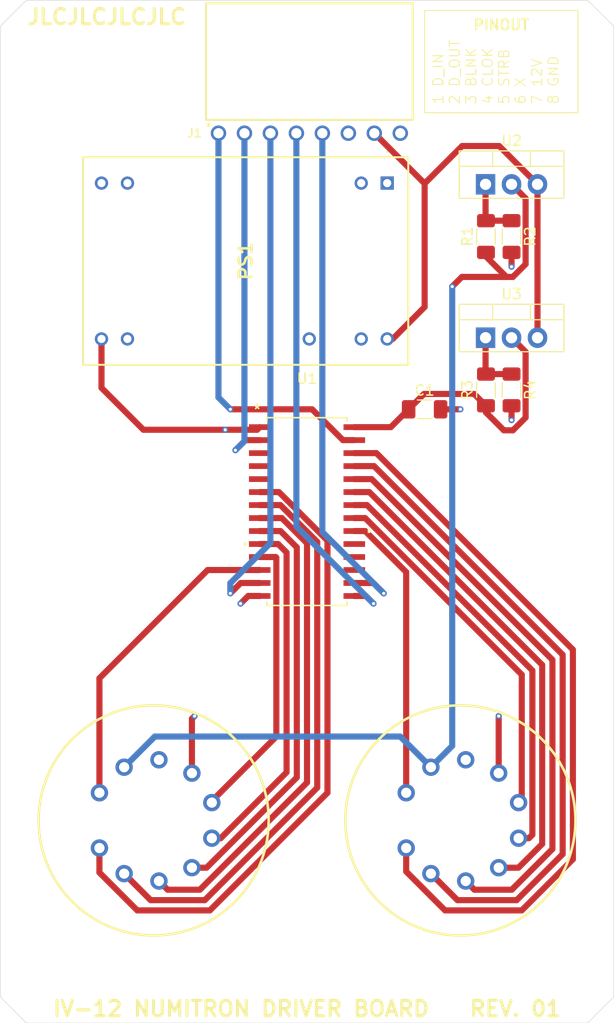
<source format=kicad_pcb>
(kicad_pcb (version 20240108) (generator "pcbnew") (generator_version "8.0")
  (layers (0 "F.Cu" signal) (1 "In1.Cu" signal) (2 "In2.Cu" signal) (31 "B.Cu" signal) (34 "B.Paste" user) (35 "F.Paste" user) (36 "B.SilkS" user "B.Silkscreen") (37 "F.SilkS" user "F.Silkscreen") (38 "B.Mask" user) (39 "F.Mask" user) (44 "Edge.Cuts" user))
  (net 0 "")
  (net 1 "+30V")
  (net 2 "STROBE")
  (net 3 "BLANKING")
  (net 4 "D_IN")
  (net 6 "D_OUT")
  (net 7 "CLOCK")
  (net 8 "+1V5")
  (net 9 "Net-(U2-ADJ)")
  (net 10 "+12V")
  (net 11 "Net-(U3-ADJ)")
  (net 12 "Net-(U1-HVOUT2)")
  (net 17 "Net-(U1-HVOUT6)")
  (net 18 "Net-(U1-HVOUT1)")
  (net 19 "Net-(U1-HVOUT17)")
  (net 20 "Net-(U1-HVOUT11)")
  (net 22 "Net-(U1-HVOUT5)")
  (net 23 "Net-(U1-HVOUT3)")
  (net 24 "Net-(U1-HVOUT16)")
  (net 25 "Net-(U1-HVOUT7)")
  (net 27 "Net-(U1-HVOUT13)")
  (net 28 "Net-(U1-HVOUT14)")
  (net 29 "Net-(U1-HVOUT12)")
  (net 30 "+5V")
  (net 31 "GND")
  (net 32 "Net-(U1-HVOUT4)")
  (net 33 "Net-(U1-HVOUT15)")
  (footprint "NewFootprints:iv-12" (layer "F.Cu") (at 135 130.201)
    (property "Reference" "U5" (hide yes))
    (property "Value" "IV-12" (hide yes))
    (fp_circle (center 0 0) (end 11.2499 0) (stroke (width 0.254)) (fill none) (layer "F.SilkS"))
    (pad "1" thru_hole oval (at -5.301 -2.701) (size 1.7 1.7) (drill 1) (layers "*.Cu" "*.Mask") (net 20 "Net-(U1-HVOUT11)"))
    (pad "2" thru_hole oval (at -2.8849 -5.204) (size 1.7 1.7) (drill 1) (layers "*.Cu" "*.Mask") (net 8 "+1V5"))
    (pad "3" thru_hole oval (at 0.5189 -5.9271) (size 1.7 1.7) (drill 1) (layers "*.Cu" "*.Mask") (net 31 "GND"))
    (pad "4" thru_hole oval (at 3.744 -4.6241) (size 1.7 1.7) (drill 1) (layers "*.Cu" "*.Mask") (net 1 "+30V"))
    (pad "5" thru_hole oval (at 5.6901 -1.7399) (size 1.7 1.7) (drill 1) (layers "*.Cu" "*.Mask") (net 29 "Net-(U1-HVOUT12)"))
    (pad "6" thru_hole oval (at 5.6901 1.7399) (size 1.7 1.7) (drill 1) (layers "*.Cu" "*.Mask") (net 27 "Net-(U1-HVOUT13)"))
    (pad "7" thru_hole oval (at 3.744 4.6241) (size 1.7 1.7) (drill 1) (layers "*.Cu" "*.Mask") (net 28 "Net-(U1-HVOUT14)"))
    (pad "8" thru_hole oval (at 0.5189 5.9271) (size 1.7 1.7) (drill 1) (layers "*.Cu" "*.Mask") (net 33 "Net-(U1-HVOUT15)"))
    (pad "9" thru_hole oval (at -2.8849 5.204) (size 1.7 1.7) (drill 1) (layers "*.Cu" "*.Mask") (net 24 "Net-(U1-HVOUT16)"))
    (pad "10" thru_hole oval (at -5.301 2.701) (size 1.7 1.7) (drill 1) (layers "*.Cu" "*.Mask") (net 19 "Net-(U1-HVOUT17)"))
  )
  (footprint "Capacitor_SMD:C_1206_3216Metric_Pad1.33x1.80mm_HandSolder" (layer "F.Cu") (at 161.5 90)
    (property "Reference" "C1" (at 0 -1.85 0) (layer "F.SilkS"))
    (property "Value" "0.1μF 50V")
    (fp_line (start -0.711252 -0.91) (end 0.711252 -0.91) (stroke (width 0.12)) (layer "F.SilkS"))
    (fp_line (start -0.711252 0.91) (end 0.711252 0.91) (stroke (width 0.12)) (layer "F.SilkS"))
    (pad "1" smd roundrect (at -1.5625 0) (size 1.325 1.8) (layers "F.Cu" "F.Paste" "F.Mask") (roundrect_rratio 0.188679) (net 30 "+5V"))
    (pad "2" smd roundrect (at 1.5625 0) (size 1.325 1.8) (layers "F.Cu" "F.Paste" "F.Mask") (roundrect_rratio 0.188679) (net 31 "GND"))
  )
  (footprint "NewFootprints:SOW28_17P90X7P50_MCH" (layer "F.Cu") (at 150 100)
    (property "Reference" "U1" (at 0 -13 0) (layer "F.SilkS"))
    (property "Value" "HV5812WG-G")
    (fp_line (start -3.9243 -9.1821) (end -3.9243 -8.86714) (stroke (width 0.1524)) (layer "F.SilkS"))
    (fp_line (start -3.9243 8.86714) (end -3.9243 9.1821) (stroke (width 0.1524)) (layer "F.SilkS"))
    (fp_line (start -3.9243 9.1821) (end 3.9243 9.1821) (stroke (width 0.1524)) (layer "F.SilkS"))
    (fp_line (start 3.9243 -9.1821) (end -3.9243 -9.1821) (stroke (width 0.1524)) (layer "F.SilkS"))
    (fp_line (start 3.9243 -8.86714) (end 3.9243 -9.1821) (stroke (width 0.1524)) (layer "F.SilkS"))
    (fp_line (start 3.9243 9.1821) (end 3.9243 8.86714) (stroke (width 0.1524)) (layer "F.SilkS"))
    (fp_poly (pts (xy -6.1849 2.9845) (xy -6.1849 3.3655) (xy -5.9309 3.3655) (xy -5.9309 2.9845)) (fill solid) (layer "F.SilkS"))
    (fp_poly (pts (xy 6.1849 1.7145) (xy 6.1849 2.0955) (xy 5.9309 2.0955) (xy 5.9309 1.7145)) (fill solid) (layer "F.SilkS"))
    (fp_text user "*" (at -4.8768 -9.9568 0) (layer "F.SilkS"))
    (fp_text user "*" (at -4.8768 -9.9568 0) (layer "F.SilkS"))
    (pad "1" smd rect (at -4.6228 -8.255) (size 2.1082 0.5588) (layers "F.Cu" "F.Paste" "F.Mask") (net 1 "+30V"))
    (pad "2" smd rect (at -4.6228 -6.985) (size 2.1082 0.5588) (layers "F.Cu" "F.Paste" "F.Mask") (net 6 "D_OUT"))
    (pad "3" smd rect (at -4.6228 -5.715) (size 2.1082 0.5588) (layers "F.Cu" "F.Paste" "F.Mask"))
    (pad "4" smd rect (at -4.6228 -4.445) (size 2.1082 0.5588) (layers "F.Cu" "F.Paste" "F.Mask"))
    (pad "5" smd rect (at -4.6228 -3.175) (size 2.1082 0.5588) (layers "F.Cu" "F.Paste" "F.Mask"))
    (pad "6" smd rect (at -4.6228 -1.905) (size 2.1082 0.5588) (layers "F.Cu" "F.Paste" "F.Mask") (net 19 "Net-(U1-HVOUT17)"))
    (pad "7" smd rect (at -4.6228 -0.635) (size 2.1082 0.5588) (layers "F.Cu" "F.Paste" "F.Mask") (net 24 "Net-(U1-HVOUT16)"))
    (pad "8" smd rect (at -4.6228 0.635) (size 2.1082 0.5588) (layers "F.Cu" "F.Paste" "F.Mask") (net 33 "Net-(U1-HVOUT15)"))
    (pad "9" smd rect (at -4.6228 1.905) (size 2.1082 0.5588) (layers "F.Cu" "F.Paste" "F.Mask") (net 28 "Net-(U1-HVOUT14)"))
    (pad "10" smd rect (at -4.6228 3.175) (size 2.1082 0.5588) (layers "F.Cu" "F.Paste" "F.Mask") (net 27 "Net-(U1-HVOUT13)"))
    (pad "11" smd rect (at -4.6228 4.445) (size 2.1082 0.5588) (layers "F.Cu" "F.Paste" "F.Mask") (net 29 "Net-(U1-HVOUT12)"))
    (pad "12" smd rect (at -4.6228 5.715) (size 2.1082 0.5588) (layers "F.Cu" "F.Paste" "F.Mask") (net 20 "Net-(U1-HVOUT11)"))
    (pad "13" smd rect (at -4.6228 6.985) (size 2.1082 0.5588) (layers "F.Cu" "F.Paste" "F.Mask") (net 3 "BLANKING"))
    (pad "14" smd rect (at -4.6228 8.255) (size 2.1082 0.5588) (layers "F.Cu" "F.Paste" "F.Mask") (net 31 "GND"))
    (pad "15" smd rect (at 4.6228 8.255) (size 2.1082 0.5588) (layers "F.Cu" "F.Paste" "F.Mask") (net 7 "CLOCK"))
    (pad "16" smd rect (at 4.6228 6.985) (size 2.1082 0.5588) (layers "F.Cu" "F.Paste" "F.Mask") (net 2 "STROBE"))
    (pad "17" smd rect (at 4.6228 5.715) (size 2.1082 0.5588) (layers "F.Cu" "F.Paste" "F.Mask"))
    (pad "18" smd rect (at 4.6228 4.445) (size 2.1082 0.5588) (layers "F.Cu" "F.Paste" "F.Mask"))
    (pad "19" smd rect (at 4.6228 3.175) (size 2.1082 0.5588) (layers "F.Cu" "F.Paste" "F.Mask"))
    (pad "20" smd rect (at 4.6228 1.905) (size 2.1082 0.5588) (layers "F.Cu" "F.Paste" "F.Mask") (net 25 "Net-(U1-HVOUT7)"))
    (pad "21" smd rect (at 4.6228 0.635) (size 2.1082 0.5588) (layers "F.Cu" "F.Paste" "F.Mask") (net 17 "Net-(U1-HVOUT6)"))
    (pad "22" smd rect (at 4.6228 -0.635) (size 2.1082 0.5588) (layers "F.Cu" "F.Paste" "F.Mask") (net 22 "Net-(U1-HVOUT5)"))
    (pad "23" smd rect (at 4.6228 -1.905) (size 2.1082 0.5588) (layers "F.Cu" "F.Paste" "F.Mask") (net 32 "Net-(U1-HVOUT4)"))
    (pad "24" smd rect (at 4.6228 -3.175) (size 2.1082 0.5588) (layers "F.Cu" "F.Paste" "F.Mask") (net 23 "Net-(U1-HVOUT3)"))
    (pad "25" smd rect (at 4.6228 -4.445) (size 2.1082 0.5588) (layers "F.Cu" "F.Paste" "F.Mask") (net 12 "Net-(U1-HVOUT2)"))
    (pad "26" smd rect (at 4.6228 -5.715) (size 2.1082 0.5588) (layers "F.Cu" "F.Paste" "F.Mask") (net 18 "Net-(U1-HVOUT1)"))
    (pad "27" smd rect (at 4.6228 -6.985) (size 2.1082 0.5588) (layers "F.Cu" "F.Paste" "F.Mask") (net 4 "D_IN"))
    (pad "28" smd rect (at 4.6228 -8.255) (size 2.1082 0.5588) (layers "F.Cu" "F.Paste" "F.Mask") (net 30 "+5V"))
  )
  (footprint "Resistor_SMD:R_1206_3216Metric_Pad1.30x1.75mm_HandSolder" (layer "F.Cu") (at 170 88.105 -90)
    (property "Reference" "R4" (at 0 -1.82 -90) (layer "F.SilkS"))
    (property "Value" "1 kΩ")
    (fp_line (start -0.727064 0.91) (end 0.727064 0.91) (stroke (width 0.12)) (layer "F.SilkS"))
    (fp_line (start -0.727064 -0.91) (end 0.727064 -0.91) (stroke (width 0.12)) (layer "F.SilkS"))
    (pad "1" smd roundrect (at -1.55 0 270) (size 1.3 1.75) (layers "F.Cu" "F.Paste" "F.Mask") (roundrect_rratio 0.192308) (net 11 "Net-(U3-ADJ)"))
    (pad "2" smd roundrect (at 1.55 0 270) (size 1.3 1.75) (layers "F.Cu" "F.Paste" "F.Mask") (roundrect_rratio 0.192308) (net 31 "GND"))
  )
  (footprint "Resistor_SMD:R_1206_3216Metric_Pad1.30x1.75mm_HandSolder" (layer "F.Cu") (at 167.5 73.105 90)
    (property "Reference" "R1" (at 0 -1.82 90) (layer "F.SilkS"))
    (property "Value" "330 Ω")
    (fp_line (start -0.727064 -0.91) (end 0.727064 -0.91) (stroke (width 0.12)) (layer "F.SilkS"))
    (fp_line (start -0.727064 0.91) (end 0.727064 0.91) (stroke (width 0.12)) (layer "F.SilkS"))
    (pad "1" smd roundrect (at -1.55 0 90) (size 1.3 1.75) (layers "F.Cu" "F.Paste" "F.Mask") (roundrect_rratio 0.192308) (net 8 "+1V5"))
    (pad "2" smd roundrect (at 1.55 0 90) (size 1.3 1.75) (layers "F.Cu" "F.Paste" "F.Mask") (roundrect_rratio 0.192308) (net 9 "Net-(U2-ADJ)"))
  )
  (footprint "NewFootprints:iv-12" (layer "F.Cu") (at 165 130.201)
    (property "Reference" "U4" (hide yes))
    (property "Value" "IV-12" (hide yes))
    (fp_circle (center 0 0) (end 11.2499 0) (stroke (width 0.254)) (fill none) (layer "F.SilkS"))
    (pad "1" thru_hole oval (at -5.301 -2.701) (size 1.7 1.7) (drill 1) (layers "*.Cu" "*.Mask") (net 25 "Net-(U1-HVOUT7)"))
    (pad "2" thru_hole oval (at -2.8849 -5.204) (size 1.7 1.7) (drill 1) (layers "*.Cu" "*.Mask") (net 8 "+1V5"))
    (pad "3" thru_hole oval (at 0.5189 -5.9271) (size 1.7 1.7) (drill 1) (layers "*.Cu" "*.Mask") (net 31 "GND"))
    (pad "4" thru_hole oval (at 3.744 -4.6241) (size 1.7 1.7) (drill 1) (layers "*.Cu" "*.Mask") (net 1 "+30V"))
    (pad "5" thru_hole oval (at 5.6901 -1.7399) (size 1.7 1.7) (drill 1) (layers "*.Cu" "*.Mask") (net 17 "Net-(U1-HVOUT6)"))
    (pad "6" thru_hole oval (at 5.6901 1.7399) (size 1.7 1.7) (drill 1) (layers "*.Cu" "*.Mask") (net 22 "Net-(U1-HVOUT5)"))
    (pad "7" thru_hole oval (at 3.744 4.6241) (size 1.7 1.7) (drill 1) (layers "*.Cu" "*.Mask") (net 32 "Net-(U1-HVOUT4)"))
    (pad "8" thru_hole oval (at 0.5189 5.9271) (size 1.7 1.7) (drill 1) (layers "*.Cu" "*.Mask") (net 23 "Net-(U1-HVOUT3)"))
    (pad "9" thru_hole oval (at -2.8849 5.204) (size 1.7 1.7) (drill 1) (layers "*.Cu" "*.Mask") (net 12 "Net-(U1-HVOUT2)"))
    (pad "10" thru_hole oval (at -5.301 2.701) (size 1.7 1.7) (drill 1) (layers "*.Cu" "*.Mask") (net 18 "Net-(U1-HVOUT1)"))
  )
  (footprint "NewFootprints:66100811722" (layer "F.Cu") (at 150.23 60.3 180)
    (property "Reference" "J1" (at 11.23 -2.7 0) (layer "F.SilkS") (effects (font (size 0.8 0.8))))
    (property "Value" "Conn_01x06")
    (fp_line (start 10.11 10) (end -10.11 10) (stroke (width 0.2)) (layer "F.SilkS"))
    (fp_line (start 10.11 -1.4) (end 10.11 10) (stroke (width 0.2)) (layer "F.SilkS"))
    (fp_line (start -10.11 10) (end -10.11 -1.4) (stroke (width 0.2)) (layer "F.SilkS"))
    (fp_line (start -10.11 -1.4) (end 10.11 -1.4) (stroke (width 0.2)) (layer "F.SilkS"))
    (fp_circle (center 9.86 -1.9) (end 9.96 -1.9) (stroke (width 0.2)) (fill none) (layer "F.SilkS"))
    (pad "1" thru_hole circle (at 8.89 -2.7 180) (size 1.508 1.508) (drill 1) (layers "*.Cu" "*.Mask") (net 4 "D_IN"))
    (pad "2" thru_hole circle (at 6.35 -2.7 180) (size 1.508 1.508) (drill 1) (layers "*.Cu" "*.Mask") (net 6 "D_OUT"))
    (pad "3" thru_hole circle (at 3.81 -2.7 180) (size 1.508 1.508) (drill 1) (layers "*.Cu" "*.Mask") (net 3 "BLANKING"))
    (pad "4" thru_hole circle (at 1.27 -2.7 180) (size 1.508 1.508) (drill 1) (layers "*.Cu" "*.Mask") (net 7 "CLOCK"))
    (pad "5" thru_hole circle (at -1.27 -2.7 180) (size 1.508 1.508) (drill 1) (layers "*.Cu" "*.Mask") (net 2 "STROBE"))
    (pad "6" thru_hole circle (at -3.81 -2.7 180) (size 1.508 1.508) (drill 1) (layers "*.Cu" "*.Mask"))
    (pad "7" thru_hole circle (at -6.35 -2.7 180) (size 1.508 1.508) (drill 1) (layers "*.Cu" "*.Mask") (net 10 "+12V"))
    (pad "8" thru_hole circle (at -8.89 -2.7 180) (size 1.508 1.508) (drill 1) (layers "*.Cu" "*.Mask") (net 31 "GND"))
  )
  (footprint "NewFootprints:LDB600L" (layer "F.Cu") (at 157.84 67.88 -90)
    (property "Reference" "PS1" (at 7.62 13.84 90) (layer "F.SilkS") (effects (font (size 1.27 1.27) (thickness 0.254))))
    (property "Value" "LDB-600L" (hide yes))
    (fp_line (start -2.53 29.74) (end 17.77 29.74) (stroke (width 0.2)) (layer "F.SilkS"))
    (fp_line (start 17.77 29.74) (end 17.77 -2.06) (stroke (width 0.2)) (layer "F.SilkS"))
    (fp_line (start -3.1 0) (end -3.1 0) (stroke (width 0.1)) (layer "F.SilkS"))
    (fp_line (start -3 0) (end -3 0) (stroke (width 0.1)) (layer "F.SilkS"))
    (fp_line (start -2.53 -2.06) (end -2.53 29.74) (stroke (width 0.2)) (layer "F.SilkS"))
    (fp_line (start 17.77 -2.06) (end -2.53 -2.06) (stroke (width 0.2)) (layer "F.SilkS"))
    (fp_arc (start -3.1 0) (mid -3.05 -0.05) (end -3 0) (stroke (width 0.1)) (layer "F.SilkS"))
    (fp_arc (start -3 0) (mid -3.05 0.05) (end -3.1 0) (stroke (width 0.1)) (layer "F.SilkS"))
    (pad "1" thru_hole rect (at 0 0 270) (size 1.3 1.3) (drill 0.8) (layers "*.Cu" "*.Mask") (net 31 "GND"))
    (pad "2" thru_hole circle (at 0 2.54 270) (size 1.3 1.3) (drill 0.8) (layers "*.Cu" "*.Mask"))
    (pad "11" thru_hole circle (at 0 25.4 270) (size 1.3 1.3) (drill 0.8) (layers "*.Cu" "*.Mask") (net 31 "GND"))
    (pad "12" thru_hole circle (at 0 27.94 270) (size 1.3 1.3) (drill 0.8) (layers "*.Cu" "*.Mask"))
    (pad "13" thru_hole circle (at 15.24 27.94 270) (size 1.3 1.3) (drill 0.8) (layers "*.Cu" "*.Mask") (net 1 "+30V"))
    (pad "14" thru_hole circle (at 15.24 25.4 270) (size 1.3 1.3) (drill 0.8) (layers "*.Cu" "*.Mask"))
    (pad "21" thru_hole circle (at 15.24 7.62 270) (size 1.3 1.3) (drill 0.8) (layers "*.Cu" "*.Mask"))
    (pad "23" thru_hole circle (at 15.24 2.54 270) (size 1.3 1.3) (drill 0.8) (layers "*.Cu" "*.Mask"))
    (pad "24" thru_hole circle (at 15.24 0 270) (size 1.3 1.3) (drill 0.8) (layers "*.Cu" "*.Mask") (net 10 "+12V"))
  )
  (footprint "Resistor_SMD:R_1206_3216Metric_Pad1.30x1.75mm_HandSolder" (layer "F.Cu") (at 170 73.105 -90)
    (property "Reference" "R2" (at 0 -1.82 -90) (layer "F.SilkS"))
    (property "Value" "68 Ω")
    (fp_line (start -0.727064 0.91) (end 0.727064 0.91) (stroke (width 0.12)) (layer "F.SilkS"))
    (fp_line (start -0.727064 -0.91) (end 0.727064 -0.91) (stroke (width 0.12)) (layer "F.SilkS"))
    (pad "1" smd roundrect (at -1.55 0 270) (size 1.3 1.75) (layers "F.Cu" "F.Paste" "F.Mask") (roundrect_rratio 0.192308) (net 9 "Net-(U2-ADJ)"))
    (pad "2" smd roundrect (at 1.55 0 270) (size 1.3 1.75) (layers "F.Cu" "F.Paste" "F.Mask") (roundrect_rratio 0.192308) (net 31 "GND"))
  )
  (footprint "Resistor_SMD:R_1206_3216Metric_Pad1.30x1.75mm_HandSolder" (layer "F.Cu") (at 167.5 88.105 90)
    (property "Reference" "R3" (at 0 -1.82 90) (layer "F.SilkS"))
    (property "Value" "330 Ω")
    (fp_line (start -0.727064 -0.91) (end 0.727064 -0.91) (stroke (width 0.12)) (layer "F.SilkS"))
    (fp_line (start -0.727064 0.91) (end 0.727064 0.91) (stroke (width 0.12)) (layer "F.SilkS"))
    (pad "1" smd roundrect (at -1.55 0 90) (size 1.3 1.75) (layers "F.Cu" "F.Paste" "F.Mask") (roundrect_rratio 0.192308) (net 30 "+5V"))
    (pad "2" smd roundrect (at 1.55 0 90) (size 1.3 1.75) (layers "F.Cu" "F.Paste" "F.Mask") (roundrect_rratio 0.192308) (net 11 "Net-(U3-ADJ)"))
  )
  (footprint "Package_TO_SOT_THT:TO-220-3_Vertical" (layer "F.Cu") (at 167.46 68)
    (property "Reference" "U2" (at 2.54 -4.27 0) (layer "F.SilkS"))
    (property "Value" "LM317_TO-220")
    (fp_line (start -2.58 -3.27) (end -2.58 1.371) (stroke (width 0.12)) (layer "F.SilkS"))
    (fp_line (start -2.58 -3.27) (end 7.66 -3.27) (stroke (width 0.12)) (layer "F.SilkS"))
    (fp_line (start -2.58 -1.76) (end 7.66 -1.76) (stroke (width 0.12)) (layer "F.SilkS"))
    (fp_line (start -2.58 1.371) (end 7.66 1.371) (stroke (width 0.12)) (layer "F.SilkS"))
    (fp_line (start 0.69 -3.27) (end 0.69 -1.76) (stroke (width 0.12)) (layer "F.SilkS"))
    (fp_line (start 4.391 -3.27) (end 4.391 -1.76) (stroke (width 0.12)) (layer "F.SilkS"))
    (fp_line (start 7.66 -3.27) (end 7.66 1.371) (stroke (width 0.12)) (layer "F.SilkS"))
    (pad "1" thru_hole rect (at 0 0) (size 1.905 2) (drill 1.1) (layers "*.Cu" "*.Mask") (net 9 "Net-(U2-ADJ)"))
    (pad "2" thru_hole oval (at 2.54 0) (size 1.905 2) (drill 1.1) (layers "*.Cu" "*.Mask") (net 8 "+1V5"))
    (pad "3" thru_hole oval (at 5.08 0) (size 1.905 2) (drill 1.1) (layers "*.Cu" "*.Mask") (net 10 "+12V"))
  )
  (footprint "Package_TO_SOT_THT:TO-220-3_Vertical" (layer "F.Cu") (at 167.46 83)
    (property "Reference" "U3" (at 2.54 -4.27 0) (layer "F.SilkS"))
    (property "Value" "LM317_TO-220")
    (fp_line (start -2.58 -3.27) (end -2.58 1.371) (stroke (width 0.12)) (layer "F.SilkS"))
    (fp_line (start -2.58 -3.27) (end 7.66 -3.27) (stroke (width 0.12)) (layer "F.SilkS"))
    (fp_line (start -2.58 -1.76) (end 7.66 -1.76) (stroke (width 0.12)) (layer "F.SilkS"))
    (fp_line (start -2.58 1.371) (end 7.66 1.371) (stroke (width 0.12)) (layer "F.SilkS"))
    (fp_line (start 0.69 -3.27) (end 0.69 -1.76) (stroke (width 0.12)) (layer "F.SilkS"))
    (fp_line (start 4.391 -3.27) (end 4.391 -1.76) (stroke (width 0.12)) (layer "F.SilkS"))
    (fp_line (start 7.66 -3.27) (end 7.66 1.371) (stroke (width 0.12)) (layer "F.SilkS"))
    (pad "1" thru_hole rect (at 0 0) (size 1.905 2) (drill 1.1) (layers "*.Cu" "*.Mask") (net 11 "Net-(U3-ADJ)"))
    (pad "2" thru_hole oval (at 2.54 0) (size 1.905 2) (drill 1.1) (layers "*.Cu" "*.Mask") (net 30 "+5V"))
    (pad "3" thru_hole oval (at 5.08 0) (size 1.905 2) (drill 1.1) (layers "*.Cu" "*.Mask") (net 10 "+12V"))
  )
  (gr_line (start 177.252893 50) (end 122.747107 50) (stroke (width 0.05)) (layer "Edge.Cuts"))
  (gr_arc (start 179.853554 52.393554) (mid 179.96194 52.555766) (end 180 52.747107) (stroke (width 0.05)) (layer "Edge.Cuts"))
  (gr_arc (start 122.393553 50.146447) (mid 122.555765 50.03806) (end 122.747107 50) (stroke (width 0.05)) (layer "Edge.Cuts"))
  (gr_line (start 177.252893 150) (end 122.747107 150) (stroke (width 0.05)) (layer "Edge.Cuts"))
  (gr_line (start 122.393553 149.853553) (end 120.146446 147.606446) (stroke (width 0.05)) (layer "Edge.Cuts"))
  (gr_arc (start 177.606446 149.853554) (mid 177.444234 149.96194) (end 177.252893 150) (stroke (width 0.05)) (layer "Edge.Cuts"))
  (gr_arc (start 180 147.252893) (mid 179.961942 147.444237) (end 179.853553 147.606447) (stroke (width 0.05)) (layer "Edge.Cuts"))
  (gr_arc (start 120 52.747107) (mid 120.038058 52.555764) (end 120.146446 52.393554) (stroke (width 0.05)) (layer "Edge.Cuts"))
  (gr_line (start 177.606447 50.146447) (end 179.853554 52.393554) (stroke (width 0.05)) (layer "Edge.Cuts"))
  (gr_line (start 120 52.747107) (end 120 147.252893) (stroke (width 0.05)) (layer "Edge.Cuts"))
  (gr_arc (start 177.252893 50) (mid 177.444237 50.038058) (end 177.606447 50.146447) (stroke (width 0.05)) (layer "Edge.Cuts"))
  (gr_arc (start 120.146446 147.606446) (mid 120.03806 147.444234) (end 120 147.252893) (stroke (width 0.05)) (layer "Edge.Cuts"))
  (gr_line (start 179.853553 147.606447) (end 177.606446 149.853554) (stroke (width 0.05)) (layer "Edge.Cuts"))
  (gr_line (start 180 52.747107) (end 180 147.252893) (stroke (width 0.05)) (layer "Edge.Cuts"))
  (gr_line (start 122.393553 50.146447) (end 120.146446 52.393554) (stroke (width 0.05)) (layer "Edge.Cuts"))
  (gr_arc (start 122.747107 150) (mid 122.555763 149.961942) (end 122.393553 149.853553) (stroke (width 0.05)) (layer "Edge.Cuts"))
  (gr_text "JLCJLCJLCJLC" (at 122.5 52.5 0) (layer "F.SilkS") (effects (font (size 1.5 1.5) (thickness 0.3) (bold yes)) (justify left bottom)))
  (gr_text "PINOUT" (at 169 53 0) (layer "F.SilkS") (effects (font (size 1 1) (thickness 0.2) (bold yes)) (justify bottom)))
  (gr_text "IV-12 NUMITRON DRIVER BOARD" (at 125 149.5 0) (layer "F.SilkS") (effects (font (size 1.5 1.5) (thickness 0.3) (bold yes)) (justify left bottom)))
  (gr_text "REV. 01" (at 175 149.5 0) (layer "F.SilkS") (effects (font (size 1.5 1.5) (thickness 0.3) (bold yes)) (justify right bottom)))
  (gr_text_box "1 D_IN\n2 D_OUT\n3 BLNK\n4 CLOK\n5 STRB\n6 X\n7 12V\n8 GND" (start 161.5 51) (end 176.5 61) (angle 90) (layer "F.SilkS") (effects (font (size 1 1) (thickness 0.1)) (justify left top)) (border yes) (stroke (width 0.1)))
  (segment (start 138.744 120.256) (end 139 120) (width 0.6) (layer "F.Cu") (net 1))
  (segment (start 168.744 120) (end 168.744 125.5769) (width 0.6) (layer "F.Cu") (net 1))
  (segment (start 134 92) (end 142 92) (width 0.6) (layer "F.Cu") (net 1))
  (segment (start 129.9 83.12) (end 129.9 87.9) (width 0.6) (layer "F.Cu") (net 1))
  (segment (start 142 92) (end 145.1222 92) (width 0.6) (layer "F.Cu") (net 1))
  (segment (start 129.9 87.9) (end 134 92) (width 0.6) (layer "F.Cu") (net 1))
  (segment (start 138.744 125.5769) (end 138.744 120.256) (width 0.6) (layer "F.Cu") (net 1))
  (segment (start 145.1222 92) (end 145.3772 91.745) (width 0.6) (layer "F.Cu") (net 1))
  (via (at 139 120) (size 0.6) (drill 0.3) (layers "F.Cu" "B.Cu") (net 1))
  (via (at 168.744 120) (size 0.6) (drill 0.3) (layers "F.Cu" "B.Cu") (net 1))
  (via (at 142 92) (size 0.6) (drill 0.3) (layers "F.Cu" "B.Cu") (net 1))
  (segment (start 156.485 106.985) (end 154.6228 106.985) (width 0.6) (layer "F.Cu") (net 2))
  (segment (start 157.5 108) (end 156.485 106.985) (width 0.6) (layer "F.Cu") (net 2))
  (via (at 157.5 108) (size 0.6) (drill 0.3) (layers "F.Cu" "B.Cu") (net 2))
  (segment (start 157.5 108) (end 151.5 102) (width 0.6) (layer "B.Cu") (net 2))
  (segment (start 151.5 102) (end 151.5 63) (width 0.6) (layer "B.Cu") (net 2))
  (segment (start 142.5 108) (end 143.515 106.985) (width 0.6) (layer "F.Cu") (net 3))
  (segment (start 143.515 106.985) (end 145.3772 106.985) (width 0.6) (layer "F.Cu") (net 3))
  (via (at 142.5 108) (size 0.6) (drill 0.3) (layers "F.Cu" "B.Cu") (net 3))
  (segment (start 146.42 103.08) (end 146.42 63) (width 0.6) (layer "B.Cu") (net 3))
  (segment (start 142.5 107) (end 146.42 103.08) (width 0.6) (layer "B.Cu") (net 3))
  (segment (start 142.5 108) (end 142.5 107) (width 0.6) (layer "B.Cu") (net 3))
  (segment (start 153.515 93.015) (end 154.6228 93.015) (width 0.6) (layer "F.Cu") (net 4))
  (segment (start 150.5 90) (end 153.515 93.015) (width 0.6) (layer "F.Cu") (net 4))
  (segment (start 142.5 90) (end 150.5 90) (width 0.6) (layer "F.Cu") (net 4))
  (via (at 142.5 90) (size 0.6) (drill 0.3) (layers "F.Cu" "B.Cu") (net 4))
  (segment (start 142.5 90) (end 141.34 88.84) (width 0.6) (layer "B.Cu") (net 4))
  (segment (start 141.34 88.84) (end 141.34 63) (width 0.6) (layer "B.Cu") (net 4))
  (segment (start 143 94) (end 143.985 93.015) (width 0.6) (layer "F.Cu") (net 6))
  (segment (start 143.985 93.015) (end 145.3772 93.015) (width 0.6) (layer "F.Cu") (net 6))
  (via (at 143 94) (size 0.6) (drill 0.3) (layers "F.Cu" "B.Cu") (net 6))
  (segment (start 143 94) (end 143.88 93.12) (width 0.6) (layer "B.Cu") (net 6))
  (segment (start 143.88 93.12) (end 143.88 63) (width 0.6) (layer "B.Cu") (net 6))
  (segment (start 156.5 109) (end 155.755 108.255) (width 0.6) (layer "F.Cu") (net 7))
  (segment (start 155.755 108.255) (end 154.6228 108.255) (width 0.6) (layer "F.Cu") (net 7))
  (via (at 156.5 109) (size 0.6) (drill 0.3) (layers "F.Cu" "B.Cu") (net 7))
  (segment (start 148.96 101.46) (end 148.96 63) (width 0.6) (layer "B.Cu") (net 7))
  (segment (start 156.5 109) (end 148.96 101.46) (width 0.6) (layer "B.Cu") (net 7))
  (segment (start 169.5 77.055) (end 165.145 77.055) (width 0.6) (layer "F.Cu") (net 8))
  (segment (start 171.375 75.811371) (end 170.131371 77.055) (width 0.6) (layer "F.Cu") (net 8))
  (segment (start 170 68) (end 171.375 69.375) (width 0.6) (layer "F.Cu") (net 8))
  (segment (start 165.145 77.055) (end 164.2 78) (width 0.6) (layer "F.Cu") (net 8))
  (segment (start 170.131371 77.055) (end 169.5 77.055) (width 0.6) (layer "F.Cu") (net 8))
  (segment (start 169.5 77.055) (end 167.5 75.055) (width 0.6) (layer "F.Cu") (net 8))
  (segment (start 167.5 75.055) (end 167.5 74.655) (width 0.6) (layer "F.Cu") (net 8))
  (segment (start 171.375 69.375) (end 171.375 75.811371) (width 0.6) (layer "F.Cu") (net 8))
  (via (at 164.2 78) (size 0.6) (drill 0.3) (layers "F.Cu" "B.Cu") (net 8))
  (segment (start 164.2 122.9121) (end 162.1151 124.997) (width 0.6) (layer "B.Cu") (net 8))
  (segment (start 132.1151 124.997) (end 135.1121 122) (width 0.6) (layer "B.Cu") (net 8))
  (segment (start 135.1121 122) (end 159.1181 122) (width 0.6) (layer "B.Cu") (net 8))
  (segment (start 164.2 78) (end 164.2 122.9121) (width 0.6) (layer "B.Cu") (net 8))
  (segment (start 159.1181 122) (end 162.1151 124.997) (width 0.6) (layer "B.Cu") (net 8))
  (segment (start 167.46 68) (end 167.46 71.515) (width 0.6) (layer "F.Cu") (net 9))
  (segment (start 167.46 71.515) (end 167.5 71.555) (width 0.6) (layer "F.Cu") (net 9))
  (segment (start 167.5 71.555) (end 170 71.555) (width 0.6) (layer "F.Cu") (net 9))
  (segment (start 161.5 80) (end 158.38 83.12) (width 0.6) (layer "F.Cu") (net 10))
  (segment (start 156.58 63) (end 161.5 67.92) (width 0.6) (layer "F.Cu") (net 10))
  (segment (start 172.205 83) (end 172.54 83) (width 0.6) (layer "F.Cu") (net 10))
  (segment (start 172.54 68) (end 172.54 83) (width 0.6) (layer "F.Cu") (net 10))
  (segment (start 172.54 68) (end 168.794 64.254) (width 0.6) (layer "F.Cu") (net 10))
  (segment (start 165.166 64.254) (end 161.5 67.92) (width 0.6) (layer "F.Cu") (net 10))
  (segment (start 158.38 83.12) (end 157.84 83.12) (width 0.6) (layer "F.Cu") (net 10))
  (segment (start 168.794 64.254) (end 165.166 64.254) (width 0.6) (layer "F.Cu") (net 10))
  (segment (start 161.5 67.92) (end 161.5 80) (width 0.6) (layer "F.Cu") (net 10))
  (segment (start 167.46 83) (end 167.46 86.515) (width 0.6) (layer "F.Cu") (net 11))
  (segment (start 167.46 86.515) (end 167.5 86.555) (width 0.6) (layer "F.Cu") (net 11))
  (segment (start 167.5 86.555) (end 170 86.555) (width 0.6) (layer "F.Cu") (net 11))
  (segment (start 156.555 95.555) (end 154.6228 95.555) (width 0.6) (layer "F.Cu") (net 12))
  (segment (start 175 114) (end 156.555 95.555) (width 0.6) (layer "F.Cu") (net 12))
  (segment (start 162.1151 135.405) (end 164.7101 138) (width 0.6) (layer "F.Cu") (net 12))
  (segment (start 175 133.5) (end 175 114) (width 0.6) (layer "F.Cu") (net 12))
  (segment (start 170.5 138) (end 175 133.5) (width 0.6) (layer "F.Cu") (net 12))
  (segment (start 164.7101 138) (end 170.5 138) (width 0.6) (layer "F.Cu") (net 12))
  (segment (start 171 115.9487) (end 155.6863 100.635) (width 0.6) (layer "F.Cu") (net 17))
  (segment (start 155.6863 100.635) (end 154.6228 100.635) (width 0.6) (layer "F.Cu") (net 17))
  (segment (start 171 128.1512) (end 171 115.9487) (width 0.6) (layer "F.Cu") (net 17))
  (segment (start 170.6901 128.4611) (end 171 128.1512) (width 0.6) (layer "F.Cu") (net 17))
  (segment (start 171 139) (end 163.5 139) (width 0.6) (layer "F.Cu") (net 18))
  (segment (start 159.699 135.199) (end 159.699 132.902) (width 0.6) (layer "F.Cu") (net 18))
  (segment (start 163.5 139) (end 159.699 135.199) (width 0.6) (layer "F.Cu") (net 18))
  (segment (start 156.785 94.285) (end 176 113.5) (width 0.6) (layer "F.Cu") (net 18))
  (segment (start 176 113.5) (end 176 134) (width 0.6) (layer "F.Cu") (net 18))
  (segment (start 154.6228 94.285) (end 156.785 94.285) (width 0.6) (layer "F.Cu") (net 18))
  (segment (start 176 134) (end 171 139) (width 0.6) (layer "F.Cu") (net 18))
  (segment (start 129.699 135.298545) (end 133.400455 139) (width 0.6) (layer "F.Cu") (net 19))
  (segment (start 147.257707 98.095) (end 145.3772 98.095) (width 0.6) (layer "F.Cu") (net 19))
  (segment (start 133.400455 139) (end 140.5 139) (width 0.6) (layer "F.Cu") (net 19))
  (segment (start 140.5 139) (end 152 127.5) (width 0.6) (layer "F.Cu") (net 19))
  (segment (start 152 127.5) (end 152 102.837293) (width 0.6) (layer "F.Cu") (net 19))
  (segment (start 152 102.837293) (end 147.257707 98.095) (width 0.6) (layer "F.Cu") (net 19))
  (segment (start 129.699 132.902) (end 129.699 135.298545) (width 0.6) (layer "F.Cu") (net 19))
  (segment (start 140.285 105.715) (end 145.3772 105.715) (width 0.6) (layer "F.Cu") (net 20))
  (segment (start 129.699 127.5) (end 129.699 116.301) (width 0.6) (layer "F.Cu") (net 20))
  (segment (start 129.699 116.301) (end 140.285 105.715) (width 0.6) (layer "F.Cu") (net 20))
  (segment (start 155.865 99.365) (end 154.6228 99.365) (width 0.6) (layer "F.Cu") (net 22))
  (segment (start 172.0401 115.5401) (end 155.865 99.365) (width 0.6) (layer "F.Cu") (net 22))
  (segment (start 170.6901 131.9409) (end 171.698911 131.9409) (width 0.6) (layer "F.Cu") (net 22))
  (segment (start 171.698911 131.9409) (end 172.0401 131.599711) (width 0.6) (layer "F.Cu") (net 22))
  (segment (start 172.0401 131.599711) (end 172.0401 115.5401) (width 0.6) (layer "F.Cu") (net 22))
  (segment (start 156.325 96.825) (end 154.6228 96.825) (width 0.6) (layer "F.Cu") (net 23))
  (segment (start 165.5189 136.1281) (end 166.3689 136.9781) (width 0.6) (layer "F.Cu") (net 23))
  (segment (start 166.3689 136.9781) (end 170.0219 136.9781) (width 0.6) (layer "F.Cu") (net 23))
  (segment (start 170.0219 136.9781) (end 174 133) (width 0.6) (layer "F.Cu") (net 23))
  (segment (start 174 133) (end 174 114.5) (width 0.6) (layer "F.Cu") (net 23))
  (segment (start 174 114.5) (end 156.325 96.825) (width 0.6) (layer "F.Cu") (net 23))
  (segment (start 151 127) (end 151 102.968664) (width 0.6) (layer "F.Cu") (net 24))
  (segment (start 151 102.968664) (end 147.396336 99.365) (width 0.6) (layer "F.Cu") (net 24))
  (segment (start 140 138) (end 151 127) (width 0.6) (layer "F.Cu") (net 24))
  (segment (start 132.1151 135.405) (end 134.7101 138) (width 0.6) (layer "F.Cu") (net 24))
  (segment (start 147.396336 99.365) (end 145.3772 99.365) (width 0.6) (layer "F.Cu") (net 24))
  (segment (start 134.7101 138) (end 140 138) (width 0.6) (layer "F.Cu") (net 24))
  (segment (start 155.6863 101.905) (end 154.6228 101.905) (width 0.6) (layer "F.Cu") (net 25))
  (segment (start 159.699 105.9177) (end 155.6863 101.905) (width 0.6) (layer "F.Cu") (net 25))
  (segment (start 159.699 127.5) (end 159.699 105.9177) (width 0.6) (layer "F.Cu") (net 25))
  (segment (start 140.6901 131.9409) (end 141.5591 131.9409) (width 0.6) (layer "F.Cu") (net 27))
  (segment (start 148 104) (end 147.175 103.175) (width 0.6) (layer "F.Cu") (net 27))
  (segment (start 141.5591 131.9409) (end 148 125.5) (width 0.6) (layer "F.Cu") (net 27))
  (segment (start 148 125.5) (end 148 104) (width 0.6) (layer "F.Cu") (net 27))
  (segment (start 147.175 103.175) (end 145.3772 103.175) (width 0.6) (layer "F.Cu") (net 27))
  (segment (start 149 126) (end 149 103.5) (width 0.6) (layer "F.Cu") (net 28))
  (segment (start 140.1749 134.8251) (end 149 126) (width 0.6) (layer "F.Cu") (net 28))
  (segment (start 138.744 134.8251) (end 140.1749 134.8251) (width 0.6) (layer "F.Cu") (net 28))
  (segment (start 147.405 101.905) (end 145.3772 101.905) (width 0.6) (layer "F.Cu") (net 28))
  (segment (start 149 103.5) (end 147.405 101.905) (width 0.6) (layer "F.Cu") (net 28))
  (segment (start 140.6901 128.3099) (end 147 122) (width 0.6) (layer "F.Cu") (net 29))
  (segment (start 146.945 104.445) (end 145.3772 104.445) (width 0.6) (layer "F.Cu") (net 29))
  (segment (start 144.6025 104.445) (end 145.3772 104.445) (width 0.2) (layer "F.Cu") (net 29))
  (segment (start 147 104.5) (end 146.945 104.445) (width 0.6) (layer "F.Cu") (net 29))
  (segment (start 147 122) (end 147 104.5) (width 0.6) (layer "F.Cu") (net 29))
  (segment (start 140.6901 128.4611) (end 140.6901 128.3099) (width 0.6) (layer "F.Cu") (net 29))
  (segment (start 170 83) (end 171.375 84.375) (width 0.6) (layer "F.Cu") (net 30))
  (segment (start 171.375 90.811371) (end 170.131371 92.055) (width 0.6) (layer "F.Cu") (net 30))
  (segment (start 170.131371 92.055) (end 169.25 92.055) (width 0.6) (layer "F.Cu") (net 30))
  (segment (start 166.345 88.5) (end 167.5 89.655) (width 0.6) (layer "F.Cu") (net 30))
  (segment (start 169.25 92.055) (end 167.5 90.305) (width 0.6) (layer "F.Cu") (net 30))
  (segment (start 158.1925 91.745) (end 159.9375 90) (width 0.6) (layer "F.Cu") (net 30))
  (segment (start 167.5 90.305) (end 167.5 89.655) (width 0.6) (layer "F.Cu") (net 30))
  (segment (start 159.9375 90) (end 161.4375 88.5) (width 0.6) (layer "F.Cu") (net 30))
  (segment (start 154.6228 91.745) (end 158.1925 91.745) (width 0.6) (layer "F.Cu") (net 30))
  (segment (start 171.375 84.375) (end 171.375 90.811371) (width 0.6) (layer "F.Cu") (net 30))
  (segment (start 161.4375 88.5) (end 166.345 88.5) (width 0.6) (layer "F.Cu") (net 30))
  (segment (start 163.0625 90) (end 165 90) (width 0.6) (layer "F.Cu") (net 31))
  (segment (start 143.5 109) (end 144.245 108.255) (width 0.6) (layer "F.Cu") (net 31))
  (segment (start 170 89.655) (end 170 91.055) (width 0.6) (layer "F.Cu") (net 31))
  (segment (start 170 74.655) (end 170 76.055) (width 0.6) (layer "F.Cu") (net 31))
  (segment (start 144.245 108.255) (end 145.3772 108.255) (width 0.6) (layer "F.Cu") (net 31))
  (via (at 165 90) (size 0.6) (drill 0.3) (layers "F.Cu" "B.Cu") (net 31))
  (via (at 143.5 109) (size 0.6) (drill 0.3) (layers "F.Cu" "B.Cu") (net 31))
  (via (at 170 76.055) (size 0.6) (drill 0.3) (layers "F.Cu" "B.Cu") (net 31))
  (via (at 170 91.055) (size 0.6) (drill 0.3) (layers "F.Cu" "B.Cu") (net 31))
  (segment (start 173 115) (end 156.095 98.095) (width 0.6) (layer "F.Cu") (net 32))
  (segment (start 173 132.5) (end 173 115) (width 0.6) (layer "F.Cu") (net 32))
  (segment (start 168.744 134.8251) (end 170.6749 134.8251) (width 0.6) (layer "F.Cu") (net 32))
  (segment (start 170.6749 134.8251) (end 173 132.5) (width 0.6) (layer "F.Cu") (net 32))
  (segment (start 156.095 98.095) (end 154.6228 98.095) (width 0.6) (layer "F.Cu") (net 32))
  (segment (start 135.5189 136.1281) (end 136.3689 136.9781) (width 0.6) (layer "F.Cu") (net 33))
  (segment (start 136.3689 136.9781) (end 139.5219 136.9781) (width 0.6) (layer "F.Cu") (net 33))
  (segment (start 147.534966 100.635) (end 145.3772 100.635) (width 0.6) (layer "F.Cu") (net 33))
  (segment (start 139.5219 136.9781) (end 150 126.5) (width 0.6) (layer "F.Cu") (net 33))
  (segment (start 150 126.5) (end 150 103.100034) (width 0.6) (layer "F.Cu") (net 33))
  (segment (start 150 103.100034) (end 147.534966 100.635) (width 0.6) (layer "F.Cu") (net 33))
)
</source>
